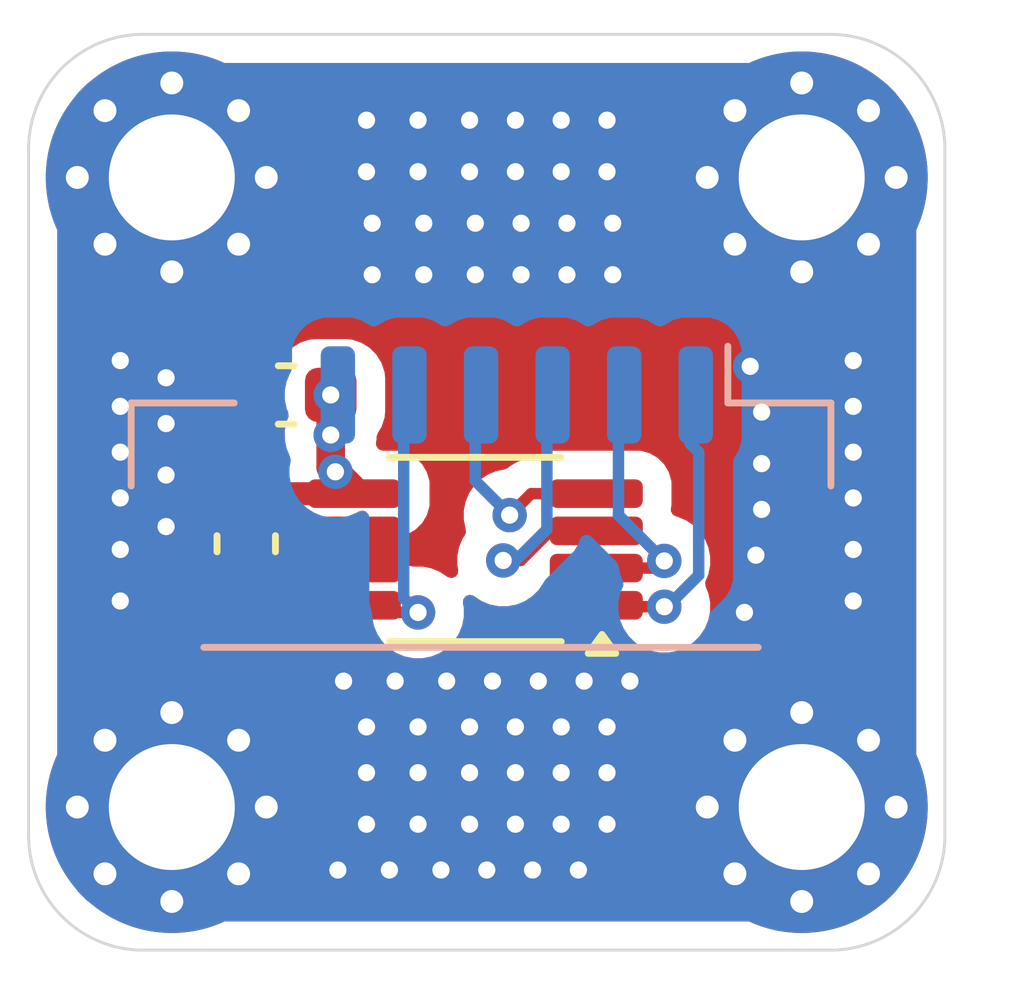
<source format=kicad_pcb>
(kicad_pcb (version 20241229) (generator "pcbnew") (generator_version "9.0")
  (layers (0 "F.Cu" signal) (2 "B.Cu" signal) (13 "F.Paste" user) (15 "B.Paste" user) (5 "F.SilkS" user "F.Silkscreen") (7 "B.SilkS" user "B.Silkscreen") (1 "F.Mask" user) (3 "B.Mask" user) (25 "Edge.Cuts" user))
  (net 0 "")
  (net 1 "GND")
  (net 2 "+3.3V")
  (net 3 "~{MAG_ALRT}")
  (net 4 "~{MAG_CS}")
  (net 5 "SPI1_MOSI")
  (net 6 "SPI1_MISO")
  (net 7 "SPI1_SCK")
  (footprint "Capacitor_SMD:C_0603_1608Metric" (layer "F.Cu") (at 3.8 8.9 -90)
    (property "Reference" "C15" (hide yes))
    (property "Value" "100n" (hide yes))
    (fp_line (start -0.14058 0.51) (end 0.14058 0.51) (stroke (width 0.12)) (layer "F.SilkS"))
    (fp_line (start -0.14058 -0.51) (end 0.14058 -0.51) (stroke (width 0.12)) (layer "F.SilkS"))
    (pad "1" smd roundrect (at -0.775 0 270) (size 0.9 0.95) (layers "F.Cu" "F.Mask" "F.Paste") (net 2 "+3.3V"))
    (pad "2" smd roundrect (at 0.775 0 270) (size 0.9 0.95) (layers "F.Cu" "F.Mask" "F.Paste") (net 1 "GND"))
  )
  (footprint "MountingHole:MountingHole_2.2mm_M2_Pad_Via" (layer "F.Cu") (at 2.5 13.5)
    (property "Reference" "H2" (hide yes))
    (property "Value" "MountingHole_Pad" (hide yes))
    (pad "1" thru_hole circle (at -1.65 0) (size 0.7 0.7) (drill 0.4) (layers "*.Cu" "*.Mask") (net 1 "GND"))
    (pad "1" thru_hole circle (at -1.166726 -1.166726) (size 0.7 0.7) (drill 0.4) (layers "*.Cu" "*.Mask") (net 1 "GND"))
    (pad "1" thru_hole circle (at -1.166726 1.166726) (size 0.7 0.7) (drill 0.4) (layers "*.Cu" "*.Mask") (net 1 "GND"))
    (pad "1" thru_hole circle (at 0 -1.65) (size 0.7 0.7) (drill 0.4) (layers "*.Cu" "*.Mask") (net 1 "GND"))
    (pad "1" thru_hole circle (at 0 0) (size 4.4 4.4) (drill 2.2) (layers "*.Cu" "*.Mask") (net 1 "GND"))
    (pad "1" thru_hole circle (at 0 1.65) (size 0.7 0.7) (drill 0.4) (layers "*.Cu" "*.Mask") (net 1 "GND"))
    (pad "1" thru_hole circle (at 1.166726 -1.166726) (size 0.7 0.7) (drill 0.4) (layers "*.Cu" "*.Mask") (net 1 "GND"))
    (pad "1" thru_hole circle (at 1.166726 1.166726) (size 0.7 0.7) (drill 0.4) (layers "*.Cu" "*.Mask") (net 1 "GND"))
    (pad "1" thru_hole circle (at 1.65 0) (size 0.7 0.7) (drill 0.4) (layers "*.Cu" "*.Mask") (net 1 "GND"))
  )
  (footprint "MountingHole:MountingHole_2.2mm_M2_Pad_Via" (layer "F.Cu") (at 2.5 2.5)
    (property "Reference" "H1" (hide yes))
    (property "Value" "MountingHole_Pad" (hide yes))
    (pad "1" thru_hole circle (at -1.65 0) (size 0.7 0.7) (drill 0.4) (layers "*.Cu" "*.Mask") (net 1 "GND"))
    (pad "1" thru_hole circle (at -1.166726 -1.166726) (size 0.7 0.7) (drill 0.4) (layers "*.Cu" "*.Mask") (net 1 "GND"))
    (pad "1" thru_hole circle (at -1.166726 1.166726) (size 0.7 0.7) (drill 0.4) (layers "*.Cu" "*.Mask") (net 1 "GND"))
    (pad "1" thru_hole circle (at 0 -1.65) (size 0.7 0.7) (drill 0.4) (layers "*.Cu" "*.Mask") (net 1 "GND"))
    (pad "1" thru_hole circle (at 0 0) (size 4.4 4.4) (drill 2.2) (layers "*.Cu" "*.Mask") (net 1 "GND"))
    (pad "1" thru_hole circle (at 0 1.65) (size 0.7 0.7) (drill 0.4) (layers "*.Cu" "*.Mask") (net 1 "GND"))
    (pad "1" thru_hole circle (at 1.166726 -1.166726) (size 0.7 0.7) (drill 0.4) (layers "*.Cu" "*.Mask") (net 1 "GND"))
    (pad "1" thru_hole circle (at 1.166726 1.166726) (size 0.7 0.7) (drill 0.4) (layers "*.Cu" "*.Mask") (net 1 "GND"))
    (pad "1" thru_hole circle (at 1.65 0) (size 0.7 0.7) (drill 0.4) (layers "*.Cu" "*.Mask") (net 1 "GND"))
  )
  (footprint "MountingHole:MountingHole_2.2mm_M2_Pad_Via" (layer "F.Cu") (at 13.5 13.5)
    (property "Reference" "H4" (hide yes))
    (property "Value" "MountingHole_Pad" (hide yes))
    (pad "1" thru_hole circle (at -1.65 0) (size 0.7 0.7) (drill 0.4) (layers "*.Cu" "*.Mask") (net 1 "GND"))
    (pad "1" thru_hole circle (at -1.166726 -1.166726) (size 0.7 0.7) (drill 0.4) (layers "*.Cu" "*.Mask") (net 1 "GND"))
    (pad "1" thru_hole circle (at -1.166726 1.166726) (size 0.7 0.7) (drill 0.4) (layers "*.Cu" "*.Mask") (net 1 "GND"))
    (pad "1" thru_hole circle (at 0 -1.65) (size 0.7 0.7) (drill 0.4) (layers "*.Cu" "*.Mask") (net 1 "GND"))
    (pad "1" thru_hole circle (at 0 0) (size 4.4 4.4) (drill 2.2) (layers "*.Cu" "*.Mask") (net 1 "GND"))
    (pad "1" thru_hole circle (at 0 1.65) (size 0.7 0.7) (drill 0.4) (layers "*.Cu" "*.Mask") (net 1 "GND"))
    (pad "1" thru_hole circle (at 1.166726 -1.166726) (size 0.7 0.7) (drill 0.4) (layers "*.Cu" "*.Mask") (net 1 "GND"))
    (pad "1" thru_hole circle (at 1.166726 1.166726) (size 0.7 0.7) (drill 0.4) (layers "*.Cu" "*.Mask") (net 1 "GND"))
    (pad "1" thru_hole circle (at 1.65 0) (size 0.7 0.7) (drill 0.4) (layers "*.Cu" "*.Mask") (net 1 "GND"))
  )
  (footprint "MountingHole:MountingHole_2.2mm_M2_Pad_Via" (layer "F.Cu") (at 13.5 2.5)
    (property "Reference" "H3" (hide yes))
    (property "Value" "MountingHole_Pad" (hide yes))
    (pad "1" thru_hole circle (at -1.65 0) (size 0.7 0.7) (drill 0.4) (layers "*.Cu" "*.Mask") (net 1 "GND"))
    (pad "1" thru_hole circle (at -1.166726 -1.166726) (size 0.7 0.7) (drill 0.4) (layers "*.Cu" "*.Mask") (net 1 "GND"))
    (pad "1" thru_hole circle (at -1.166726 1.166726) (size 0.7 0.7) (drill 0.4) (layers "*.Cu" "*.Mask") (net 1 "GND"))
    (pad "1" thru_hole circle (at 0 -1.65) (size 0.7 0.7) (drill 0.4) (layers "*.Cu" "*.Mask") (net 1 "GND"))
    (pad "1" thru_hole circle (at 0 0) (size 4.4 4.4) (drill 2.2) (layers "*.Cu" "*.Mask") (net 1 "GND"))
    (pad "1" thru_hole circle (at 0 1.65) (size 0.7 0.7) (drill 0.4) (layers "*.Cu" "*.Mask") (net 1 "GND"))
    (pad "1" thru_hole circle (at 1.166726 -1.166726) (size 0.7 0.7) (drill 0.4) (layers "*.Cu" "*.Mask") (net 1 "GND"))
    (pad "1" thru_hole circle (at 1.166726 1.166726) (size 0.7 0.7) (drill 0.4) (layers "*.Cu" "*.Mask") (net 1 "GND"))
    (pad "1" thru_hole circle (at 1.65 0) (size 0.7 0.7) (drill 0.4) (layers "*.Cu" "*.Mask") (net 1 "GND"))
  )
  (footprint "Package_SO:VSSOP-8_3x3mm_P0.65mm" (layer "F.Cu") (at 7.8 9 180)
    (property "Reference" "U2" (hide yes))
    (property "Value" "TMAG5170-Q1" (hide yes))
    (fp_line (start 0 1.61) (end 1.5 1.61) (stroke (width 0.12)) (layer "F.SilkS"))
    (fp_line (start 0 1.61) (end -1.5 1.61) (stroke (width 0.12)) (layer "F.SilkS"))
    (fp_line (start 0 -1.61) (end 1.5 -1.61) (stroke (width 0.12)) (layer "F.SilkS"))
    (fp_line (start 0 -1.61) (end -1.5 -1.61) (stroke (width 0.12)) (layer "F.SilkS"))
    (fp_poly (pts (xy -2.2125 -1.485) (xy -2.4525 -1.815) (xy -1.9725 -1.815) (xy -2.2125 -1.485)) (stroke (width 0.12)) (fill yes) (layer "F.SilkS"))
    (pad "1" smd roundrect (at -2.1125 -0.975 180) (size 1.625 0.5) (layers "F.Cu" "F.Mask" "F.Paste") (net 7 "SPI1_SCK"))
    (pad "2" smd roundrect (at -2.1125 -0.325 180) (size 1.625 0.5) (layers "F.Cu" "F.Mask" "F.Paste") (net 5 "SPI1_MOSI"))
    (pad "3" smd roundrect (at -2.1125 0.325 180) (size 1.625 0.5) (layers "F.Cu" "F.Mask" "F.Paste") (net 6 "SPI1_MISO"))
    (pad "4" smd roundrect (at -2.1125 0.975 180) (size 1.625 0.5) (layers "F.Cu" "F.Mask" "F.Paste") (net 4 "~{MAG_CS}"))
    (pad "5" smd roundrect (at 2.1125 0.975 180) (size 1.625 0.5) (layers "F.Cu" "F.Mask" "F.Paste") (net 2 "+3.3V"))
    (pad "6" smd roundrect (at 2.1125 0.325 180) (size 1.625 0.5) (layers "F.Cu" "F.Mask" "F.Paste") (net 1 "GND"))
    (pad "7" smd roundrect (at 2.1125 -0.325 180) (size 1.625 0.5) (layers "F.Cu" "F.Mask" "F.Paste") (net 1 "GND"))
    (pad "8" smd roundrect (at 2.1125 -0.975 180) (size 1.625 0.5) (layers "F.Cu" "F.Mask" "F.Paste") (net 3 "~{MAG_ALRT}"))
  )
  (footprint "Capacitor_SMD:C_0603_1608Metric" (layer "F.Cu") (at 4.5 6.3 180)
    (property "Reference" "C13" (hide yes))
    (property "Value" "100n" (hide yes))
    (fp_line (start -0.14058 0.51) (end 0.14058 0.51) (stroke (width 0.12)) (layer "F.SilkS"))
    (fp_line (start -0.14058 -0.51) (end 0.14058 -0.51) (stroke (width 0.12)) (layer "F.SilkS"))
    (pad "1" smd roundrect (at -0.775 0 180) (size 0.9 0.95) (layers "F.Cu" "F.Mask" "F.Paste") (net 2 "+3.3V"))
    (pad "2" smd roundrect (at 0.775 0 180) (size 0.9 0.95) (layers "F.Cu" "F.Mask" "F.Paste") (net 1 "GND"))
  )
  (footprint "Connector_JST:JST_GH_SM07B-GHS-TB_1x07-1MP_P1.25mm_Horizontal" (layer "B.Cu") (at 7.9 8.15 180)
    (property "Reference" "J8" (hide yes))
    (property "Value" "Conn_01x07_MountingPin" (hide yes))
    (fp_line (start 6.11 1.71) (end 4.31 1.71) (stroke (width 0.12)) (layer "B.SilkS"))
    (fp_line (start 6.11 0.26) (end 6.11 1.71) (stroke (width 0.12)) (layer "B.SilkS"))
    (fp_line (start -4.31 1.71) (end -4.31 2.7) (stroke (width 0.12)) (layer "B.SilkS"))
    (fp_line (start -4.84 -2.56) (end 4.84 -2.56) (stroke (width 0.12)) (layer "B.SilkS"))
    (fp_line (start -6.11 1.71) (end -4.31 1.71) (stroke (width 0.12)) (layer "B.SilkS"))
    (fp_line (start -6.11 0.26) (end -6.11 1.71) (stroke (width 0.12)) (layer "B.SilkS"))
    (pad "1" smd roundrect (at -3.75 1.85 180) (size 0.6 1.7) (layers "B.Cu" "B.Mask" "B.Paste") (net 7 "SPI1_SCK"))
    (pad "2" smd roundrect (at -2.5 1.85 180) (size 0.6 1.7) (layers "B.Cu" "B.Mask" "B.Paste") (net 5 "SPI1_MOSI"))
    (pad "3" smd roundrect (at -1.25 1.85 180) (size 0.6 1.7) (layers "B.Cu" "B.Mask" "B.Paste") (net 6 "SPI1_MISO"))
    (pad "4" smd roundrect (at 0 1.85 180) (size 0.6 1.7) (layers "B.Cu" "B.Mask" "B.Paste") (net 4 "~{MAG_CS}"))
    (pad "5" smd roundrect (at 1.25 1.85 180) (size 0.6 1.7) (layers "B.Cu" "B.Mask" "B.Paste") (net 3 "~{MAG_ALRT}"))
    (pad "6" smd roundrect (at 2.5 1.85 180) (size 0.6 1.7) (layers "B.Cu" "B.Mask" "B.Paste") (net 2 "+3.3V"))
    (pad "7" smd roundrect (at 3.75 1.85 180) (size 0.6 1.7) (layers "B.Cu" "B.Mask" "B.Paste") (net 1 "GND"))
    (pad "MP" smd roundrect (at -5.6 -1.35 180) (size 1 2.7) (layers "B.Cu" "B.Mask" "B.Paste") (net 1 "GND"))
    (pad "MP" smd roundrect (at 5.6 -1.35 180) (size 1 2.7) (layers "B.Cu" "B.Mask" "B.Paste") (net 1 "GND"))
  )
  (gr_line (start 0 14) (end 0 2) (stroke (width 0.05)) (layer "Edge.Cuts"))
  (gr_line (start 14 16) (end 2 16) (stroke (width 0.05)) (layer "Edge.Cuts"))
  (gr_arc (start 14 0) (mid 15.414214 0.585786) (end 16 2) (stroke (width 0.05)) (layer "Edge.Cuts"))
  (gr_line (start 2 0) (end 14 0) (stroke (width 0.05)) (layer "Edge.Cuts"))
  (gr_arc (start 0 2) (mid 0.585786 0.585786) (end 2 0) (stroke (width 0.05)) (layer "Edge.Cuts"))
  (gr_arc (start 2 16) (mid 0.585786 15.414214) (end 0 14) (stroke (width 0.05)) (layer "Edge.Cuts"))
  (gr_line (start 16 2) (end 16 14) (stroke (width 0.05)) (layer "Edge.Cuts"))
  (gr_arc (start 16 14) (mid 15.414214 15.414214) (end 14 16) (stroke (width 0.05)) (layer "Edge.Cuts"))
  (via (at 8 14.6) (size 0.6) (drill 0.3) (layers "F.Cu" "B.Cu") (net 1))
  (via (at 6.9 4.2) (size 0.6) (drill 0.3) (layers "F.Cu" "B.Cu") (net 1))
  (via (at 14.4 8.1) (size 0.6) (drill 0.3) (layers "F.Cu" "B.Cu") (net 1))
  (via (at 12.8 6.6) (size 0.6) (drill 0.3) (layers "F.Cu" "B.Cu") (net 1))
  (via (at 6 4.2) (size 0.6) (drill 0.3) (layers "F.Cu" "B.Cu") (net 1))
  (via (at 5.9 12.9) (size 0.6) (drill 0.3) (layers "F.Cu" "B.Cu") (net 1))
  (via (at 9.3 2.4) (size 0.6) (drill 0.3) (layers "F.Cu" "B.Cu") (net 1))
  (via (at 10.1 12.1) (size 0.6) (drill 0.3) (layers "F.Cu" "B.Cu") (net 1))
  (via (at 6.9 3.3) (size 0.6) (drill 0.3) (layers "F.Cu" "B.Cu") (net 1))
  (via (at 8.9 11.3) (size 0.6) (drill 0.3) (layers "F.Cu" "B.Cu") (net 1))
  (via (at 12.7 9.1) (size 0.6) (drill 0.3) (layers "F.Cu" "B.Cu") (net 1))
  (via (at 7.7 13.8) (size 0.6) (drill 0.3) (layers "F.Cu" "B.Cu") (net 1))
  (via (at 10.2 4.2) (size 0.6) (drill 0.3) (layers "F.Cu" "B.Cu") (net 1))
  (via (at 2.4 8.6) (size 0.6) (drill 0.3) (layers "F.Cu" "B.Cu") (net 1))
  (via (at 12.8 8.3) (size 0.6) (drill 0.3) (layers "F.Cu" "B.Cu") (net 1))
  (via (at 10.2 3.3) (size 0.6) (drill 0.3) (layers "F.Cu" "B.Cu") (net 1))
  (via (at 8.5 2.4) (size 0.6) (drill 0.3) (layers "F.Cu" "B.Cu") (net 1))
  (via (at 10.1 12.9) (size 0.6) (drill 0.3) (layers "F.Cu" "B.Cu") (net 1))
  (via (at 7.2 14.6) (size 0.6) (drill 0.3) (layers "F.Cu" "B.Cu") (net 1))
  (via (at 8.5 12.9) (size 0.6) (drill 0.3) (layers "F.Cu" "B.Cu") (net 1))
  (via (at 5.9 1.5) (size 0.6) (drill 0.3) (layers "F.Cu" "B.Cu") (net 1))
  (via (at 9.4 3.3) (size 0.6) (drill 0.3) (layers "F.Cu" "B.Cu") (net 1))
  (via (at 14.4 7.3) (size 0.6) (drill 0.3) (layers "F.Cu" "B.Cu") (net 1))
  (via (at 6.8 1.5) (size 0.6) (drill 0.3) (layers "F.Cu" "B.Cu") (net 1))
  (via (at 2.4 6) (size 0.6) (drill 0.3) (layers "F.Cu" "B.Cu") (net 1))
  (via (at 6.3 14.6) (size 0.6) (drill 0.3) (layers "F.Cu" "B.Cu") (net 1))
  (via (at 8.8 14.6) (size 0.6) (drill 0.3) (layers "F.Cu" "B.Cu") (net 1))
  (via (at 2.4 7.7) (size 0.6) (drill 0.3) (layers "F.Cu" "B.Cu") (net 1))
  (via (at 9.3 1.5) (size 0.6) (drill 0.3) (layers "F.Cu" "B.Cu") (net 1))
  (via (at 1.6 9) (size 0.6) (drill 0.3) (layers "F.Cu" "B.Cu") (net 1))
  (via (at 10.1 13.8) (size 0.6) (drill 0.3) (layers "F.Cu" "B.Cu") (net 1))
  (via (at 1.6 7.3) (size 0.6) (drill 0.3) (layers "F.Cu" "B.Cu") (net 1))
  (via (at 5.5 11.3) (size 0.6) (drill 0.3) (layers "F.Cu" "B.Cu") (net 1))
  (via (at 8.5 13.8) (size 0.6) (drill 0.3) (layers "F.Cu" "B.Cu") (net 1))
  (via (at 10.5 11.3) (size 0.6) (drill 0.3) (layers "F.Cu" "B.Cu") (net 1))
  (via (at 12.8 7.5) (size 0.6) (drill 0.3) (layers "F.Cu" "B.Cu") (net 1))
  (via (at 7.7 12.9) (size 0.6) (drill 0.3) (layers "F.Cu" "B.Cu") (net 1))
  (via (at 6.8 13.8) (size 0.6) (drill 0.3) (layers "F.Cu" "B.Cu") (net 1))
  (via (at 1.6 5.7) (size 0.6) (drill 0.3) (layers "F.Cu" "B.Cu") (net 1))
  (via (at 9.3 12.1) (size 0.6) (drill 0.3) (layers "F.Cu" "B.Cu") (net 1))
  (via (at 1.6 8.1) (size 0.6) (drill 0.3) (layers "F.Cu" "B.Cu") (net 1))
  (via (at 8.5 12.1) (size 0.6) (drill 0.3) (layers "F.Cu" "B.Cu") (net 1))
  (via (at 6.8 12.1) (size 0.6) (drill 0.3) (layers "F.Cu" "B.Cu") (net 1))
  (via (at 5.4 14.6) (size 0.6) (drill 0.3) (layers "F.Cu" "B.Cu") (net 1))
  (via (at 7.3 11.3) (size 0.6) (drill 0.3) (layers "F.Cu" "B.Cu") (net 1))
  (via (at 9.6 14.6) (size 0.6) (drill 0.3) (layers "F.Cu" "B.Cu") (net 1))
  (via (at 14.4 5.7) (size 0.6) (drill 0.3) (layers "F.Cu" "B.Cu") (net 1))
  (via (at 12.6 5.8) (size 0.6) (drill 0.3) (layers "F.Cu" "B.Cu") (net 1))
  (via (at 9.3 13.8) (size 0.6) (drill 0.3) (layers "F.Cu" "B.Cu") (net 1))
  (via (at 6 3.3) (size 0.6) (drill 0.3) (layers "F.Cu" "B.Cu") (net 1))
  (via (at 7.8 4.2) (size 0.6) (drill 0.3) (layers "F.Cu" "B.Cu") (net 1))
  (via (at 5.9 2.4) (size 0.6) (drill 0.3) (layers "F.Cu" "B.Cu") (net 1))
  (via (at 6.8 12.9) (size 0.6) (drill 0.3) (layers "F.Cu" "B.Cu") (net 1))
  (via (at 8.5 1.5) (size 0.6) (drill 0.3) (layers "F.Cu" "B.Cu") (net 1))
  (via (at 8.1 11.3) (size 0.6) (drill 0.3) (layers "F.Cu" "B.Cu") (net 1))
  (via (at 1.6 6.5) (size 0.6) (drill 0.3) (layers "F.Cu" "B.Cu") (net 1))
  (via (at 2.4 6.8) (size 0.6) (drill 0.3) (layers "F.Cu" "B.Cu") (net 1))
  (via (at 9.7 11.3) (size 0.6) (drill 0.3) (layers "F.Cu" "B.Cu") (net 1))
  (via (at 6.8 2.4) (size 0.6) (drill 0.3) (layers "F.Cu" "B.Cu") (net 1))
  (via (at 14.4 6.5) (size 0.6) (drill 0.3) (layers "F.Cu" "B.Cu") (net 1))
  (via (at 7.8 3.3) (size 0.6) (drill 0.3) (layers "F.Cu" "B.Cu") (net 1))
  (via (at 9.4 4.2) (size 0.6) (drill 0.3) (layers "F.Cu" "B.Cu") (net 1))
  (via (at 10.1 2.4) (size 0.6) (drill 0.3) (layers "F.Cu" "B.Cu") (net 1))
  (via (at 7.7 12.1) (size 0.6) (drill 0.3) (layers "F.Cu" "B.Cu") (net 1))
  (via (at 7.7 2.4) (size 0.6) (drill 0.3) (layers "F.Cu" "B.Cu") (net 1))
  (via (at 14.4 9.9) (size 0.6) (drill 0.3) (layers "F.Cu" "B.Cu") (net 1))
  (via (at 10.1 1.5) (size 0.6) (drill 0.3) (layers "F.Cu" "B.Cu") (net 1))
  (via (at 6.4 11.3) (size 0.6) (drill 0.3) (layers "F.Cu" "B.Cu") (net 1))
  (via (at 5.9 12.1) (size 0.6) (drill 0.3) (layers "F.Cu" "B.Cu") (net 1))
  (via (at 12.5 10.1) (size 0.6) (drill 0.3) (layers "F.Cu" "B.Cu") (net 1))
  (via (at 1.6 9.9) (size 0.6) (drill 0.3) (layers "F.Cu" "B.Cu") (net 1))
  (via (at 8.6 4.2) (size 0.6) (drill 0.3) (layers "F.Cu" "B.Cu") (net 1))
  (via (at 7.7 1.5) (size 0.6) (drill 0.3) (layers "F.Cu" "B.Cu") (net 1))
  (via (at 5.9 13.8) (size 0.6) (drill 0.3) (layers "F.Cu" "B.Cu") (net 1))
  (via (at 9.3 12.9) (size 0.6) (drill 0.3) (layers "F.Cu" "B.Cu") (net 1))
  (via (at 8.6 3.3) (size 0.6) (drill 0.3) (layers "F.Cu" "B.Cu") (net 1))
  (via (at 14.4 9) (size 0.6) (drill 0.3) (layers "F.Cu" "B.Cu") (net 1))
  (segment (start 5.275 7.5615) (end 5.35675 7.64325) (width 0.5) (layer "F.Cu") (net 2))
  (segment (start 5.275 7) (end 5.275 7.5615) (width 0.5) (layer "F.Cu") (net 2))
  (segment (start 3.9 8.025) (end 5.6875 8.025) (width 0.4) (layer "F.Cu") (net 2))
  (segment (start 3.8 8.125) (end 3.9 8.025) (width 0.4) (layer "F.Cu") (net 2))
  (segment (start 5.275 6.3) (end 5.275 7) (width 0.5) (layer "F.Cu") (net 2))
  (segment (start 5.35675 7.64325) (end 5.6875 7.974) (width 0.5) (layer "F.Cu") (net 2))
  (via (at 5.275 7) (size 0.6) (drill 0.3) (layers "F.Cu" "B.Cu") (net 2))
  (via (at 5.275 6.3) (size 0.6) (drill 0.3) (layers "F.Cu" "B.Cu") (net 2))
  (via (at 5.35675 7.64325) (size 0.6) (drill 0.3) (layers "F.Cu" "B.Cu") (net 2))
  (segment (start 6.8 10.1) (end 5.8125 10.1) (width 0.2) (layer "F.Cu") (net 3))
  (segment (start 5.8125 10.1) (end 5.6875 9.975) (width 0.2) (layer "F.Cu") (net 3))
  (via (at 6.8 10.1) (size 0.6) (drill 0.3) (layers "F.Cu" "B.Cu") (net 3))
  (segment (start 6.55 7.15) (end 6.55 9.85) (width 0.2) (layer "B.Cu") (net 3))
  (segment (start 6.55 9.85) (end 6.8 10.1) (width 0.2) (layer "B.Cu") (net 3))
  (segment (start 8.775 8.025) (end 9.9125 8.025) (width 0.2) (layer "F.Cu") (net 4))
  (segment (start 8.4 8.4) (end 8.775 8.025) (width 0.2) (layer "F.Cu") (net 4))
  (via (at 8.4 8.4) (size 0.6) (drill 0.3) (layers "F.Cu" "B.Cu") (net 4))
  (segment (start 7.8 7.8) (end 8.4 8.4) (width 0.2) (layer "B.Cu") (net 4))
  (segment (start 7.8 7.15) (end 7.8 7.8) (width 0.2) (layer "B.Cu") (net 4))
  (segment (start 11.1 9.2) (end 10.975 9.325) (width 0.2) (layer "F.Cu") (net 5))
  (segment (start 10.975 9.325) (end 9.9125 9.325) (width 0.2) (layer "F.Cu") (net 5))
  (via (at 11.1 9.2) (size 0.6) (drill 0.3) (layers "F.Cu" "B.Cu") (net 5))
  (segment (start 10.3 7.15) (end 10.3 8.4) (width 0.2) (layer "B.Cu") (net 5))
  (segment (start 10.3 8.4) (end 11.1 9.2) (width 0.2) (layer "B.Cu") (net 5))
  (segment (start 8.286863 9.191962) (end 8.591962 9.191962) (width 0.2) (layer "F.Cu") (net 6))
  (segment (start 8.591962 9.191962) (end 9.108924 8.675) (width 0.2) (layer "F.Cu") (net 6))
  (segment (start 9.108924 8.675) (end 9.9125 8.675) (width 0.2) (layer "F.Cu") (net 6))
  (via (at 8.286863 9.191962) (size 0.6) (drill 0.3) (layers "F.Cu" "B.Cu") (net 6))
  (segment (start 9.05 7.15) (end 9.05 8.65) (width 0.2) (layer "B.Cu") (net 6))
  (segment (start 8.508038 9.191962) (end 8.286863 9.191962) (width 0.2) (layer "B.Cu") (net 6))
  (segment (start 9.05 8.65) (end 8.508038 9.191962) (width 0.2) (layer "B.Cu") (net 6))
  (segment (start 9.9375 10) (end 9.9125 9.975) (width 0.2) (layer "F.Cu") (net 7))
  (segment (start 11.1 10) (end 9.9375 10) (width 0.2) (layer "F.Cu") (net 7))
  (via (at 11.1 10) (size 0.6) (drill 0.3) (layers "F.Cu" "B.Cu") (net 7))
  (segment (start 11.55 7.15) (end 11.701 7.301) (width 0.2) (layer "B.Cu") (net 7))
  (segment (start 11.149943 10) (end 11.1 10) (width 0.2) (layer "B.Cu") (net 7))
  (segment (start 11.701 7.301) (end 11.701 9.448943) (width 0.2) (layer "B.Cu") (net 7))
  (segment (start 11.701 9.448943) (end 11.149943 10) (width 0.2) (layer "B.Cu") (net 7))
  (zone (net 1) (net_name "GND") (layers "F.Cu" "B.Cu") (connect_pads yes (clearance 0.5)) (min_thickness 0.25) (fill yes (thermal_gap 0.5) (thermal_bridge_width 0.5))
    (polygon (pts (xy -0.5 -0.4) (xy -0.5 16.9) (xy 17.4 16.9) (xy 17.4 -0.6)))
  )
)
</source>
